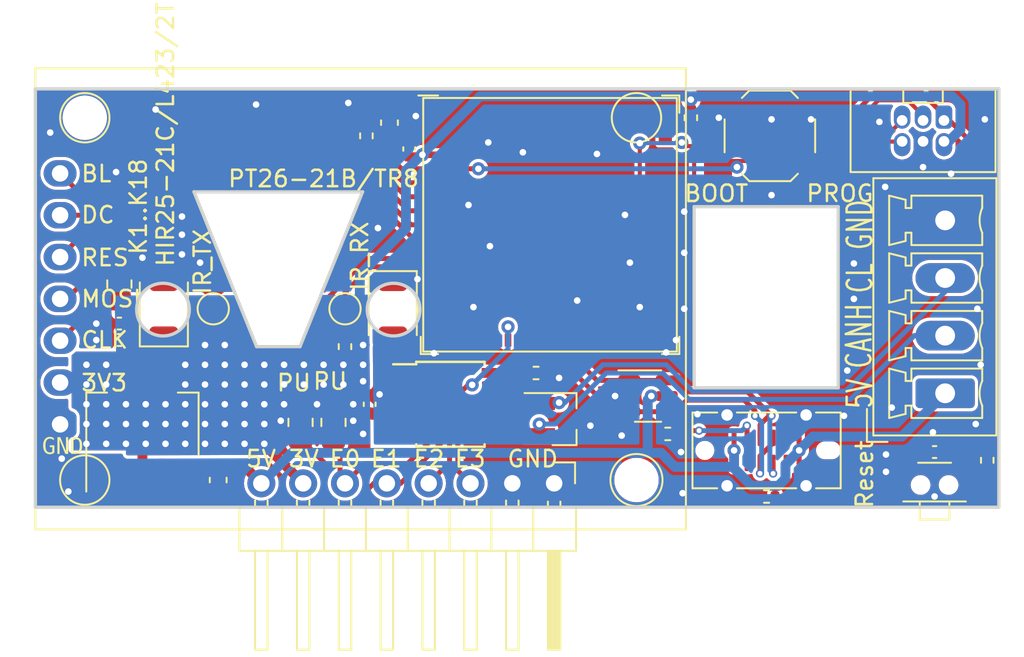
<source format=kicad_pcb>
(kicad_pcb (version 20221018) (generator pcbnew)
  (layers (0 "F.Cu" signal) (31 "B.Cu" signal) (34 "B.Paste" user) (35 "F.Paste" user) (36 "B.SilkS" user "B.Silkscreen") (37 "F.SilkS" user "F.Silkscreen") (38 "B.Mask" user) (39 "F.Mask" user) (44 "Edge.Cuts" user))
  (net 0 "")
  (net 1 "+3V3")
  (net 2 "GND")
  (net 3 "PROG_EN")
  (net 4 "IR_LED")
  (net 5 "Net-(D1-A)")
  (net 6 "CANH")
  (net 7 "CANL")
  (net 8 "PROG_TX")
  (net 9 "PROG_RX")
  (net 10 "PROG_IO0")
  (net 11 "+5V")
  (net 12 "/USB+")
  (net 13 "/USB-")
  (net 14 "IR_TRANS")
  (net 15 "Net-(R7-Pad1)")
  (net 16 "CAN_TX")
  (net 17 "CAN_RX")
  (net 21 "EXT0")
  (net 22 "EXT1")
  (net 23 "EXT2")
  (net 41 "Net-(U4-Rs)")
  (net 43 "Net-(J4-CC1)")
  (net 45 "Net-(J4-CC2)")
  (net 47 "LCD_CLK")
  (net 48 "LCD_MOSI")
  (net 49 "LCD_RES")
  (net 50 "LCD_DC")
  (net 51 "LCD_BACKLIGHT")
  (net 52 "EXT3")
  (footprint "Capacitor_SMD:C_0603_1608Metric" (layer "F.Cu") (at 35.6 76.8 -90)
    (fp_text reference "C7" hide)
    (fp_text value "10u")
  )
  (footprint "Resistor_SMD:R_0402_1005Metric" (layer "F.Cu") (at 43.3 68.7 90)
    (fp_text reference "R6" hide)
    (fp_text value "10k")
  )
  (footprint "Resistor_SMD:R_0805_2012Metric_Pad1.20x1.40mm_HandSolder" (layer "F.Cu") (at 29.6 64.9 90)
    (fp_text reference "R5" hide)
    (fp_text value "K1..K18")
  )
  (footprint "TestPoint:TestPoint_Pad_D1.5mm" (layer "F.Cu") (at 35.3 66.4)
    (fp_text reference "TP1" hide)
    (fp_text value "IR_TX")
  )
  (footprint "Button_Switch_SMD:SW_SPST_TL3342" (layer "F.Cu") (at 69.1 55.9)
    (fp_text reference "SW3" hide)
    (fp_text value "BOOT")
  )
  (footprint "Capacitor_SMD:C_0402_1005Metric" (layer "F.Cu") (at 44.8 72.2 90)
    (fp_text reference "C1" hide)
    (fp_text value "u1")
  )
  (footprint "liebler_CONN:IDC_2x03_P1.27mm_Vertical" (layer "F.Cu") (at 78.4 55.6 -90)
    (fp_text reference "J1" hide)
    (fp_text value "PROG")
  )
  (footprint "LED_SMD:LED_1206_3216Metric_ReverseMount_Hole1.8x2.4mm" (layer "F.Cu") (at 46.2 66.4 -90)
    (fp_text reference "Q1" hide)
    (fp_text value "PT26-21B/TR8")
  )
  (footprint "Package_TO_SOT_SMD:SOT-23_Handsoldering" (layer "F.Cu") (at 56.6 73.1)
    (fp_text reference "D2" hide)
    (fp_text value "NUP2105")
  )
  (footprint "liebler_MECH:Button_2x4x3,5_handsolder" (layer "F.Cu") (at 79.1 77.1 180)
    (fp_text reference "SW2" hide)
    (fp_text value "Reset")
  )
  (footprint "liebler_SEMICONDUCTORS:SOIC-8_3.9x4.9mm_Pitch1.27mm_handsolder" (layer "F.Cu") (at 49.7 72.2)
    (fp_text reference "U4" hide)
    (fp_text value "SN65HVD230" hide)
  )
  (footprint "Resistor_SMD:R_0402_1005Metric" (layer "F.Cu") (at 62.9 74 180)
    (fp_text reference "R2" hide)
    (fp_text value "5k1")
  )
  (footprint "Capacitor_SMD:C_0402_1005Metric" (layer "F.Cu") (at 47.2 56.7 90)
    (fp_text reference "C2" hide)
    (fp_text value "u1")
  )
  (footprint "Capacitor_SMD:C_0603_1608Metric" (layer "F.Cu") (at 46 55.1 90)
    (fp_text reference "C4" hide)
    (fp_text value "22u")
  )
  (footprint "Connector_Phoenix_MC:PhoenixContact_MCV_1,5_4-G-3.5_1x04_P3.50mm_Vertical" (layer "F.Cu") (at 79.7425 71.5325 90)
    (fp_text reference "J3" hide)
    (fp_text value "5V CL CH GN" hide)
  )
  (footprint "MountingHole:MountingHole_2.2mm_M2" (layer "F.Cu") (at 61 76.8)
    (fp_text reference "H1" hide)
    (fp_text value "MountingHole")
  )
  (footprint "Package_TO_SOT_SMD:SOT-223-3_TabPin2" (layer "F.Cu") (at 31 73.4 90)
    (fp_text reference "U2" hide)
    (fp_text value "AMS1117-3.3")
  )
  (footprint "Resistor_SMD:R_0402_1005Metric" (layer "F.Cu") (at 64.3 54.8 90)
    (fp_text reference "R8" hide)
    (fp_text value "10k")
  )
  (footprint "liebler_CONN:GT-USB-7051A" (layer "F.Cu") (at 68.9 75)
    (fp_text reference "J4" hide)
    (fp_text value "USB")
  )
  (footprint "Connector_PinHeader_2.54mm:PinHeader_1x08_P2.54mm_Horizontal" (layer "F.Cu") (at 56 77 -90)
    (fp_text reference "J2" hide)
    (fp_text value "Ext")
  )
  (footprint "LED_SMD:LED_1206_3216Metric_ReverseMount_Hole1.8x2.4mm" (layer "F.Cu") (at 32.3 66.4 90)
    (fp_text reference "D1" hide)
    (fp_text value "HIR25-21C/L423/2T")
  )
  (footprint "Capacitor_SMD:C_0402_1005Metric" (layer "F.Cu") (at 79.1 75.1 180)
    (fp_text reference "C3" hide)
    (fp_text value "u1")
  )
  (footprint "Resistor_SMD:R_0402_1005Metric" (layer "F.Cu") (at 82.3 75.6 90)
    (fp_text reference "R7" hide)
    (fp_text value "k1")
  )
  (footprint "TestPoint:TestPoint_Pad_D1.5mm" (layer "F.Cu") (at 43.3 66.4)
    (fp_text reference "TP2" hide)
    (fp_text value "IR_RX")
  )
  (footprint "Resistor_SMD:R_0805_2012Metric_Pad1.20x1.40mm_HandSolder" (layer "F.Cu") (at 40.6 73.3 -90)
    (fp_text reference "R4" hide)
    (fp_text value "PU")
  )
  (footprint "Capacitor_SMD:C_0402_1005Metric" (layer "F.Cu") (at 29.6 68.3 180)
    (fp_text reference "C9" hide)
    (fp_text value "10u")
  )
  (footprint "Capacitor_SMD:C_0402_1005Metric" (layer "F.Cu") (at 29.6 67.3 180)
    (fp_text reference "C8" hide)
    (fp_text value "u1")
  )
  (footprint "MountingHole:MountingHole_2.2mm_M2" (layer "F.Cu") (at 27.5 54.8)
    (fp_text reference "H2" hide)
    (fp_text value "MountingHole")
  )
  (footprint "Package_TO_SOT_SMD:SOT-23-6" (layer "F.Cu") (at 61.7 71.7)
    (fp_text reference "U3" hide)
    (fp_text value "SRV05-4")
  )
  (footprint "Espressif:ESP32-S3-MINI-1U" (layer "F.Cu") (at 55.75 61.3)
    (fp_text reference "U1" hide)
    (fp_text value "ESP32-S3-MINI-1")
  )
  (footprint "Resistor_SMD:R_0402_1005Metric" (layer "F.Cu") (at 44.6 55.9 90)
    (fp_text reference "R9" hide)
    (fp_text value "10k")
  )
  (footprint "liebler_OPTO:IPS_240_240_1.3" (layer "F.Cu") (at 26 65.8 90)
    (fp_text reference "U5" hide)
    (fp_text value "IPS_240_240" hide)
  )
  (footprint "Resistor_SMD:R_0402_1005Metric" (layer "F.Cu") (at 54.9 70.3)
    (fp_text reference "R1" hide)
    (fp_text value "4k7")
  )
  (footprint "Resistor_SMD:R_0402_1005Metric" (layer "F.Cu") (at 68.9 77.8 180)
    (fp_text reference "R10" hide)
    (fp_text value "5k1")
  )
  (footprint "Resistor_SMD:R_0805_2012Metric_Pad1.20x1.40mm_HandSolder" (layer "F.Cu") (at 42.6 73.3 -90)
    (fp_text reference "R3" hide)
    (fp_text value "PU")
  )
  (gr_line (start 41.732173 59.299999) (end 44.3708 59.299999) (stroke (width 0.2)) (layer "Edge.Cuts"))
  (gr_line (start 36.768771 59.299999) (end 41.732173 59.299999) (stroke (width 0.2)) (layer "Edge.Cuts"))
  (gr_line (start 73.249997 60.2) (end 64.5 60.2) (stroke (width 0.2)) (layer "Edge.Cuts"))
  (gr_line (start 82.999999 78.45) (end 82.999999 53.049999) (stroke (width 0.2)) (layer "Edge.Cuts"))
  (gr_line (start 37.931446 68.7) (end 34.129197 59.299999) (stroke (width 0.2)) (layer "Edge.Cuts"))
  (gr_line (start 64.5 60.2) (end 64.5 71.2) (stroke (width 0.2)) (layer "Edge.Cuts"))
  (gr_line (start 40.568553 68.7) (end 37.931446 68.7) (stroke (width 0.2)) (layer "Edge.Cuts"))
  (gr_line (start 24.499998 53.049999) (end 24.499998 78.45) (stroke (width 0.2)) (layer "Edge.Cuts"))
  (gr_line (start 64.5 71.2) (end 73.249997 71.2) (stroke (width 0.2)) (layer "Edge.Cuts"))
  (gr_line (start 73.249997 71.2) (end 73.249997 60.2) (stroke (width 0.2)) (layer "Edge.Cuts"))
  (gr_line (start 34.129197 59.299999) (end 36.768771 59.299999) (stroke (width 0.2)) (layer "Edge.Cuts"))
  (gr_circle (center 46.249997 66.45) (end 47.849997 66.45) (stroke (width 0.2)) (fill none) (layer "Edge.Cuts"))
  (gr_line (start 24.499998 78.45) (end 82.999999 78.45) (stroke (width 0.2)) (layer "Edge.Cuts"))
  (gr_circle (center 32.249997 66.45) (end 33.849997 66.45) (stroke (width 0.2)) (fill none) (layer "Edge.Cuts"))
  (gr_line (start 44.3708 59.299999) (end 40.568553 68.7) (stroke (width 0.2)) (layer "Edge.Cuts"))
  (gr_line (start 82.999999 53.049999) (end 24.499998 53.049999) (stroke (width 0.2)) (layer "Edge.Cuts"))
  (gr_text "CLK" (at 27.2 68.3) (layer "F.SilkS") (effects (font (size 1 1)) (justify left)))
  (gr_text "E0" (at 43.3 76.1) (layer "F.SilkS") (effects (font (size 1 1)) (justify bottom)))
  (gr_text "DC" (at 27.2 60.7) (layer "F.SilkS") (effects (font (size 1 1)) (justify left)))
  (gr_text "GND" (at 54.7 76.1) (layer "F.SilkS") (effects (font (size 1 1)) (justify bottom)))
  (gr_text "5V" (at 75.45 71.55 90) (layer "F.SilkS") (effects (font (size 1.5 1)) (justify bottom)))
  (gr_text "CANH" (at 75.4 68.05 90) (layer "F.SilkS") (effects (font (size 1.5 1)) (justify bottom)))
  (gr_text "E3" (at 50.9 76.1) (layer "F.SilkS") (effects (font (size 1 1)) (justify bottom)))
  (gr_text "RES" (at 27.2 63.3) (layer "F.SilkS") (effects (font (size 1 1)) (justify left)))
  (gr_text "BL" (at 27.2 58.2) (layer "F.SilkS") (effects (font (size 1 1)) (justify left)))
  (gr_text "3V3" (at 27.2 70.9) (layer "F.SilkS") (effects (font (size 1 1)) (justify left)))
  (gr_text "CL" (at 75.45 64.55 90) (layer "F.SilkS") (effects (font (size 1.5 1)) (justify bottom)))
  (gr_text "E2" (at 48.4 76.101979) (layer "F.SilkS") (effects (font (size 1 1)) (justify bottom)))
  (gr_text "GND" (at 24.9 74.8) (layer "F.SilkS") (effects (font (size 1 1)) (justify left)))
  (gr_text "5V" (at 38.2 76.1) (layer "F.SilkS") (effects (font (size 1 1)) (justify bottom)))
  (gr_text "MOSI" (at 27.2 65.8) (layer "F.SilkS") (effects (font (size 1 1)) (justify left)))
  (gr_text "3V" (at 40.8 76.1) (layer "F.SilkS") (effects (font (size 1 1)) (justify bottom)))
  (gr_text "E1" (at 45.8 76.1) (layer "F.SilkS") (effects (font (size 1 1)) (justify bottom)))
  (gr_text "GND" (at 75.45 61.3 90) (layer "F.SilkS") (effects (font (size 1.5 1)) (justify bottom)))
  (segment (start 31 70.25) (end 31.26 70.51) (width 0.6) (layer "F.Cu") (net 1))
  (segment (start 35.7 74.7) (end 35.55 74.55) (width 0.6) (layer "F.Cu") (net 1))
  (segment (start 36.1 74.7) (end 36 74.6) (width 0.6) (layer "F.Cu") (net 1))
  (segment (start 32.3 74.7) (end 31.3 74.7) (width 0.6) (layer "F.Cu") (net 1))
  (segment (start 46 56.022965) (end 46 55.875) (width 0.3) (layer "F.Cu") (net 1))
  (segment (start 33.6 74.65) (end 33.6 74.6) (width 0.6) (layer "F.Cu") (net 1))
  (segment (start 48 57.05) (end 48.75 57.05) (width 0.3) (layer "F.Cu") (net 1))
  (segment (start 44.6 55.39) (end 45.515 55.39) (width 0.3) (layer "F.Cu") (net 1))
  (segment (start 31.2 73.4) (end 31 73.65) (width 0.6) (layer "F.Cu") (net 1))
  (segment (start 33.35 74.4) (end 33.05 74.7) (width 0.6) (layer "F.Cu") (net 1))
  (segment (start 64.3 54.29) (end 64.3 53.7) (width 0.3) (layer "F.Cu") (net 1))
  (segment (start 31.1 74.7) (end 31 74.7) (width 0.6) (layer "F.Cu") (net 1))
  (segment (start 47.2 57.18) (end 47.157035 57.18) (width 0.3) (layer "F.Cu") (net 1))
  (segment (start 35.55 74.55) (end 35.4 74.7) (width 0.6) (layer "F.Cu") (net 1))
  (segment (start 37.3 74.7) (end 37.2 74.6) (width 0.6) (layer "F.Cu") (net 1))
  (segment (start 31 72.95) (end 31 72.4) (width 0.6) (layer "F.Cu") (net 1))
  (segment (start 47.33 57.05) (end 47.2 57.18) (width 0.3) (layer "F.Cu") (net 1))
  (segment (start 34.8 74.6) (end 34.7 74.7) (width 0.6) (layer "F.Cu") (net 1))
  (segment (start 31 72.4) (end 31.2 72.2) (width 0.6) (layer "F.Cu") (net 1))
  (segment (start 31 76.55) (end 31 74.7) (width 0.6) (layer "F.Cu") (net 1))
  (segment (start 30.08 66.505) (end 29.7 66.125) (width 0.6) (layer "F.Cu") (net 1))
  (segment (start 30.08 69.33) (end 31 70.25) (width 0.6) (layer "F.Cu") (net 1))
  (segment (start 36 74.6) (end 35.9 74.7) (width 0.6) (layer "F.Cu") (net 1))
  (segment (start 30.65 73.3) (end 31 72.95) (width 0.6) (layer "F.Cu") (net 1))
  (segment (start 31.3 74.7) (end 31.2 74.6) (width 0.6) (layer "F.Cu") (net 1))
  (segment (start 30.08 67.3) (end 30.08 69.33) (width 0.6) (layer "F.Cu") (net 1))
  (segment (start 48.75 57.05) (end 47.33 57.05) (width 0.3) (layer "F.Cu") (net 1))
  (segment (start 31 74.7) (end 31.2 73.4) (width 0.6) (layer "F.Cu") (net 1))
  (segment (start 40.76 77) (end 38.7 74.94) (width 0.6) (layer "F.Cu") (net 1))
  (segment (start 34.7 74.7) (end 33.65 74.7) (width 0.6) (layer "F.Cu") (net 1))
  (segment (start 35.4 74.7) (end 34.9 74.7) (width 0.6) (layer "F.Cu") (net 1))
  (segment (start 35.9 74.7) (end 35.7 74.7) (width 0.6) (layer "F.Cu") (net 1))
  (segment (start 37.1 74.7) (end 36.1 74.7) (width 0.6) (layer "F.Cu") (net 1))
  (segment (start 38.7 74.6) (end 38.4 74.6) (width 0.6) (layer "F.Cu") (net 1))
  (segment (start 38.46 74.7) (end 37.3 74.7) (width 0.6) (layer "F.Cu") (net 1))
  (segment (start 30 73.4) (end 30.65 73.3) (width 0.6) (layer "F.Cu") (net 1))
  (segment (start 30.08 67.3) (end 30.08 66.505) (width 0.6) (layer "F.Cu") (net 1))
  (segment (start 47.157035 57.18) (end 46 56.022965) (width 0.3) (layer "F.Cu") (net 1))
  (segment (start 34.9 74.7) (end 34.8 74.6) (width 0.6) (layer "F.Cu") (net 1))
  (segment (start 31 72) (end 31 70.25) (width 0.6) (layer "F.Cu") (net 1))
  (segment (start 38.7 74.94) (end 38.7 74.6) (width 0.6) (layer "F.Cu") (net 1))
  (segment (start 45.515 55.39) (end 46 55.875) (width 0.3) (layer "F.Cu") (net 1))
  (segment (start 33.6 74.6) (end 33.55 74.6) (width 0.6) (layer "F.Cu") (net 1))
  (segment (start 37.2 74.6) (end 37.1 74.7) (width 0.6) (layer "F.Cu") (net 1))
  (segment (start 31.2 74.6) (end 31.1 74.7) (width 0.6) (layer "F.Cu") (net 1))
  (segment (start 33.65 74.7) (end 33.6 74.65) (width 0.6) (layer "F.Cu") (net 1))
  (segment (start 38.36 74.6) (end 38.46 74.7) (width 0.6) (layer "F.Cu") (net 1))
  (segment (start 44.955 72.835) (end 44.8 72.68) (width 0.6) (layer "F.Cu") (net 1))
  (segment (start 31 73.65) (end 30 73.4) (width 0.6) (layer "F.Cu") (net 1))
  (segment (start 33.05 74.7) (end 32.5 74.7) (width 0.6) (layer "F.Cu") (net 1))
  (segment (start 31.2 72.2) (end 31 72) (width 0.6) (layer "F.Cu") (net 1))
  (segment (start 32.4 74.6) (end 32.3 74.7) (width 0.6) (layer "F.Cu") (net 1))
  (segment (start 38.4 74.6) (end 38.36 74.6) (width 0.6) (layer "F.Cu") (net 1))
  (segment (start 33.55 74.6) (end 33.35 74.4) (width 0.6) (layer "F.Cu") (net 1))
  (segment (start 46.7 72.835) (end 44.955 72.835) (width 0.6) (layer "F.Cu") (net 1))
  (segment (start 32.5 74.7) (end 32.4 74.6) (width 0.6) (layer "F.Cu") (net 1))
  (via (at 64.3 53.7) (size 0.8) (drill 0.4) (layers "F.Cu" "B.Cu") (net 1))
  (via (at 40.8 69.8) (size 0.8) (drill 0.4) (layers "F.Cu" "B.Cu") (net 1))
  (via (at 42 71) (size 0.8) (drill 0.4) (layers "F.Cu" "B.Cu") (net 1))
  (via (at 33.6 71) (size 0.8) (drill 0.4) (layers "F.Cu" "B.Cu") (net 1))
  (via (at 38.4 72.2) (size 0.8) (drill 0.4) (layers "F.Cu" "B.Cu") (net 1))
  (via (at 28.8 72.2) (size 0.8) (drill 0.4) (layers "F.Cu" "B.Cu") (net 1))
  (via (at 30 73.4) (size 0.8) (drill 0.4) (layers "F.Cu" "B.Cu") (net 1))
  (via (at 37.2 74.6) (size 0.8) (drill 0.4) (layers "F.Cu" "B.Cu") (net 1))
  (via (at 28.8 73.4) (size 0.8) (drill 0.4) (layers "F.Cu" "B.Cu") (net 1))
  (via (at 34.8 68.6) (size 0.8) (drill 0.4) (layers "F.Cu" "B.Cu") (net 1))
  (via (at 33.6 73.4) (size 0.8) (drill 0.4) (layers "F.Cu" "B.Cu") (net 1))
  (via (at 36 71) (size 0.8) (drill 0.4) (layers "F.Cu" "B.Cu") (net 1))
  (via (at 28.8 71) (size 0.8) (drill 0.4) (layers "F.Cu" "B.Cu") (net 1))
  (via (at 30 72.2) (size 0.8) (drill 0.4) (layers "F.Cu" "B.Cu") (net 1))
  (via (at 40.8 71) (size 0.8) (drill 0.4) (layers "F.Cu" "B.Cu") (net 1))
  (via (at 34.8 73.4) (size 0.8) (drill 0.4) (layers "F.Cu" "B.Cu") (net 1))
  (via (at 34.8 71) (size 0.8) (drill 0.4) (layers "F.Cu" "B.Cu") (net 1))
  (via (at 36 74.6) (size 0.8) (drill 0.4) (layers "F.Cu" "B.Cu") (net 1))
  (via (at 36 68.6) (size 0.8) (drill 0.4) (layers "F.Cu" "B.Cu") (net 1))
  (via (at 31.2 72.2) (size 0.8) (drill 0.4) (layers "F.Cu" "B.Cu") (net 1))
  (via (at 27.6 74.6) (size 0.8) (drill 0.4) (layers "F.Cu" "B.Cu") (net 1))
  (via (at 39.6 71) (size 0.8) (drill 0.4) (layers "F.Cu" "B.Cu") (net 1))
  (via (at 39.4 73.2) (size 0.8) (drill 0.4) (layers "F.Cu" "B.Cu") (net 1))
  (via (at 44.4 70.8) (size 0.8) (drill 0.4) (layers "F.Cu" "B.Cu") (net 1))
  (via (at 36 72.2) (size 0.8) (drill 0.4) (layers "F.Cu" "B.Cu") (net 1))
  (via (at 41.6 72.2) (size 0.8) (drill 0.4) (layers "F.Cu" "B.Cu") (net 1))
  (via (at 39.6 72.2) (size 0.8) (drill 0.4) (layers "F.Cu" "B.Cu") (net 1))
  (via (at 31.2 74.6) (size 0.8) (drill 0.4) (layers "F.Cu" "B.Cu") (net 1))
  (via (at 39.6 69.8) (size 0.8) (drill 0.4) (layers "F.Cu" "B.Cu") (net 1))
  (via (at 42 69.8) (size 0.8) (drill 0.4) (layers "F.Cu" "B.Cu") (net 1))
  (via (at 32.4 72.2) (size 0.8) (drill 0.4) (layers "F.Cu" "B.Cu") (net 1))
  (via (at 30 74.6) (size 0.8) (drill 0.4) (layers "F.Cu" "B.Cu") (net 1))
  (via (at 43.2 71) (size 0.8) (drill 0.4) (layers "F.Cu" "B.Cu") (net 1))
  (via (at 37.2 69.8) (size 0.8) (drill 0.4) (layers "F.Cu" "B.Cu") (net 1))
  (via (at 38.4 69.8) (size 0.8) (drill 0.4) (layers "F.Cu" "B.Cu") (net 1))
  (via (at 38.4 73.4) (size 0.8) (drill 0.4) (layers "F.Cu" "B.Cu") (net 1))
  (via (at 43.8 72.2) (size 0.8) (drill 0.4) (layers "F.Cu" "B.Cu") (net 1))
  (via (at 28.8 74.6) (size 0.8) (drill 0.4) (layers "F.Cu" "B.Cu") (net 1))
  (via (at 33.6 74.6) (size 0.8) (drill 0.4) (layers "F.Cu" "B.Cu") (net 1))
  (via (at 31.2 73.4) (size 0.8) (drill 0.4) (layers "F.Cu" "B.Cu") (net 1))
  (via (at 43.8 73.2) (size 0.8) (drill 0.4) (layers "F.Cu" "B.Cu") (net 1))
  (via (at 34.8 74.6) (size 0.8) (drill 0.4) (layers "F.Cu" "B.Cu") (net 1))
  (via (at 32.4 73.4) (size 0.8) (drill 0.4) (layers "F.Cu" "B.Cu") (net 1))
  (via (at 44.4 74) (size 0.8) (drill 0.4) (layers "F.Cu" "B.Cu") (net 1))
  (via (at 27.6 72.2) (size 0.8) (drill 0.4) (layers "F.Cu" "B.Cu") (net 1))
  (via (at 48 57.05) (size 0.8) (drill 0.4) (layers "F.Cu" "B.Cu") (net 1))
  (via (at 38.4 74.6) (size 0.8) (drill 0.4) (layers "F.Cu" "B.Cu") (net 1))
  (via (at 34.8 72.2) (size 0.8) (drill 0.4) (layers "F.Cu" "B.Cu") (net 1))
  (via (at 27.6 73.4) (size 0.8) (drill 0.4) (layers "F.Cu" "B.Cu") (net 1))
  (via (at 36 69.8) (size 0.8) (drill 0.4) (layers "F.Cu" "B.Cu") (net 1))
  (via (at 33.6 72.2) (size 0.8) (drill 0.4) (layers "F.Cu" "B.Cu") (net 1))
  (via (at 37.2 71) (size 0.8) (drill 0.4) (layers "F.Cu" "B.Cu") (net 1))
  (via (at 37.2 72.2) (size 0.8) (drill 0.4) (layers "F.Cu" "B.Cu") (net 1))
  (via (at 38.4 71) (size 0.8) (drill 0.4) (layers "F.Cu" "B.Cu") (net 1))
  (via (at 32.4 74.6) (size 0.8) (drill 0.4) (layers "F.Cu" "B.Cu") (net 1))
  (via (at 28.8 69.8) (size 0.8) (drill 0.4) (layers "F.Cu" "B.Cu") (net 1))
  (via (at 27.6 69.8) (size 0.8) (drill 0.4) (layers "F.Cu" "B.Cu") (net 1))
  (via (at 33.6 69.8) (size 0.8) (drill 0.4) (layers "F.Cu" "B.Cu") (net 1))
  (via (at 36 73.4) (size 0.8) (drill 0.4) (layers "F.Cu" "B.Cu") (net 1))
  (via (at 44.4 69.8) (size 0.8) (drill 0.4) (layers "F.Cu" "B.Cu") (net 1))
  (via (at 27.6 71) (size 0.8) (drill 0.4) (layers "F.Cu" "B.Cu") (net 1))
  (via (at 44.4 68.6) (size 0.8) (drill 0.4) (layers "F.Cu" "B.Cu") (net 1))
  (via (at 37.2 73.4) (size 0.8) (drill 0.4) (layers "F.Cu" "B.Cu") (net 1))
  (via (at 43.2 69.8) (size 0.8) (drill 0.4) (layers "F.Cu" "B.Cu") (net 1))
  (via (at 34.8 69.8) (size 0.8) (drill 0.4) (layers "F.Cu" "B.Cu") (net 1))
  (segment (start 27.82 70.88) (end 27.72 70.88) (width 0.6) (layer "B.Cu") (net 1))
  (segment (start 28.5 70.1) (end 28.5 70.2) (width 0.6) (layer "B.Cu") (net 1))
  (segment (start 68.9 53.5) (end 62.15 53.5) (width 0.6) (layer "B.Cu") (net 1))
  (segment (start 79.96066 56.235) (end 80.67 55.52566) (width 0.6) (layer "B.Cu") (net 1))
  (segment (start 47 61.527207) (end 44.2 64.327207) (width 0.6) (layer "B.Cu") (net 1))
  (segment (start 80.67 55.52566) (end 80.67 54.00434) (width 0.6) (layer "B.Cu") (net 1))
  (segment (start 48 57) (end 51.5 53.5) (width 0.6) (layer "B.Cu") (net 1))
  (segment (start 27.6 71) (end 27.48 70.88) (width 0.6) (layer "B.Cu") (net 1))
  (segment (start 27.72 70.88) (end 27.6 71) (width 0.6) (layer "B.Cu") (net 1))
  (segment (start 47.95 57.05) (end 47 58) (width 0.6) (layer "B.Cu") (net 1))
  (segment (start 80.16566 53.5) (end 68.9 53.5) (width 0.6) (layer "B.Cu") (net 1))
  (segment (start 44.2 64.327207) (end 44.2 68.8) (width 0.6) (layer "B.Cu") (net 1))
  (segment (start 48 57.05) (end 47.95 57.05) (width 0.6) (layer "B.Cu") (net 1))
  (segment (start 64.3 53.7) (end 64.1 53.5) (width 0.6) (layer "B.Cu") (net 1))
  (segment (start 64.5 53.5) (end 64.3 53.7) (width 0.6) (layer "B.Cu") (net 1))
  (segment (start 68.9 53.5) (end 64.5 53.5) (width 0.6) (layer "B.Cu") (net 1))
  (segment (start 80.67 54.00434) (end 80.16566 53.5) (width 0.6) (layer "B.Cu") (net 1))
  (segment (start 28.5 70.2) (end 27.82 70.88) (width 0.6) (layer "B.Cu") (net 1))
  (segment (start 51.5 53.5) (end 62.15 53.5) (width 0.6) (layer "B.Cu") (net 1))
  (segment (start 79.67 56.235) (end 79.96066 56.235) (width 0.6) (layer "B.Cu") (net 1))
  (segment (start 44.2 68.8) (end 43.2 69.8) (width 0.6) (layer "B.Cu") (net 1))
  (segment (start 27.48 70.88) (end 26 70.88) (width 0.6) (layer "B.Cu") (net 1))
  (segment (start 47 58) (end 47 61.527207) (width 0.6) (layer "B.Cu") (net 1))
  (segment (start 64.1 53.5) (end 62.15 53.5) (width 0.6) (layer "B.Cu") (net 1))
  (segment (start 48 57.05) (end 48 57) (width 0.6) (layer "B.Cu") (net 1))
  (segment (start 28.8 69.8) (end 28.5 70.1) (width 0.6) (layer "B.Cu") (net 1))
  (segment (start 71.665 73.215) (end 71.3 72.85) (width 0.3) (layer "F.Cu") (net 2))
  (segment (start 64.75 72.85) (end 64.7 72.8) (width 0.6) (layer "F.Cu") (net 2))
  (segment (start 59.7 71.7) (end 60.5625 71.7) (width 0.3) (layer "F.Cu") (net 2))
  (segment (start 72.76 75.76) (end 72.8 75.8) (width 0.3) (layer "F.Cu") (net 2))
  (segment (start 78.62 75.1) (end 77.7 75.1) (width 0.3) (layer "F.Cu") (net 2))
  (segment (start 46.2 68.2) (end 45.2 69.2) (width 0.3) (layer "F.Cu") (net 2))
  (segment (start 64.84 75.76) (end 64.8 75.8) (width 0.3) (layer "F.Cu") (net 2))
  (segment (start 66.5 72.85) (end 64.75 72.85) (width 0.6) (layer "F.Cu") (net 2))
  (segment (start 66.135 75.76) (end 64.84 75.76) (width 0.3) (layer "F.Cu") (net 2))
  (segment (start 67.289339 72.85) (end 67.389339 72.75) (width 0.6) (layer "F.Cu") (net 2))
  (segment (start 44.955 71.565) (end 44.8 71.72) (width 0.6) (layer "F.Cu") (net 2))
  (segment (start 71.665 74.24) (end 71.665 76.785) (width 0.3) (layer "F.Cu") (net 2))
  (segment (start 78.4 56.235) (end 78.4 57.8) (width 0.6) (layer "F.Cu") (net 2))
  (segment (start 45.2 71.4) (end 45.4 71.6) (width 0.3) (layer "F.Cu") (net 2))
  (segment (start 66.135 74.24) (end 66.135 73.215) (width 0.3) (layer "F.Cu") (net 2))
  (segment (start 45.2 69.2) (end 45.2 71.4) (width 0.3) (layer "F.Cu") (net 2))
  (segment (start 77.7 75.1) (end 77.4 75.4) (width 0.3) (layer "F.Cu") (net 2))
  (segment (start 72.86 74.24) (end 73.1 74) (width 0.3) (layer "F.Cu") (net 2))
  (segment (start 65.44 74.24) (end 65.4 74.2) (width 0.3) (layer "F.Cu") (net 2))
  (segment (start 66.135 74.24) (end 66.135 76.785) (width 0.3) (layer "F.Cu") (net 2))
  (segment (start 46.7 71.565) (end 44.955 71.565) (width 0.6) (layer "F.Cu") (net 2))
  (segment (start 71.665 76.785) (end 71.3 77.15) (width 0.3) (layer "F.Cu") (net 2))
  (segment (start 71.665 74.24) (end 71.665 73.215) (width 0.3) (layer "F.Cu") (net 2))
  (segment (start 66.135 76.785) (end 66.5 77.15) (width 0.3) (layer "F.Cu") (net 2))
  (segment (start 66.5 72.85) (end 67.289339 72.85) (width 0.6) (layer "F.Cu") (net 2))
  (segment (start 71.665 75.76) (end 72.76 75.76) (width 0.3) (layer "F.Cu") (net 2))
  (segment (start 66.135 73.215) (end 66.5 72.85) (width 0.3) (layer "F.Cu") (net 2))
  (segment (start 66.135 74.24) (end 65.44 74.24) (width 0.3) (layer "F.Cu") (net 2))
  (segment (start 71.665 74.24) (end 72.86 74.24) (width 0.3) (layer "F.Cu") (net 2))
  (via (at 45.3 61.5) (size 0.8) (drill 0.4) (layers "F.Cu" "B.Cu") (net 2))
  (via (at 63.4 68.3) (size 0.8) (drill 0.4) (layers "F.Cu" "B.Cu") (net 2))
  (via (at 80.1 58.2) (size 0.8) (drill 0.4) (layers "F.Cu" "B.Cu") (net 2))
  (via (at 66 54.8) (size 0.8) (drill 0.4) (layers "F.Cu" "B.Cu") (net 2))
  (via (at 47.6 54.7) (size 0.8) (drill 0.4) (layers "F.Cu" "B.Cu") (net 2))
  (via (at 81.6 73.4) (size 0.8) (drill 0.4) (layers "F.Cu" "B.Cu") (net 2))
  (via (at 33.4 60.8) (size 0.8) (drill 0.4) (layers "F.Cu" "B.Cu") (net 2))
  (via (at 33.4 63.1) (size 0.8) (drill 0.4) (layers "F.Cu" "B.Cu") (net 2))
  (via (at 71.6 54.9) (size 0.8) (drill 0.4) (layers "F.Cu" "B.Cu") (net 2))
  (via (at 48.7 69.1) (size 0.8) (drill 0.4) (layers "F.Cu" "B.Cu") (net 2))
  (via (at 37.9 54) (size 0.8) (drill 0.4) (layers "F.Cu" "B.Cu") (net 2))
  (via (at 34.5 63.6) (size 0.8) (drill 0.4) (layers "F.Cu" "B.Cu") (net 2))
  (via (at 61.2 66.3) (size 0.8) (drill 0.4) (layers "F.Cu" "B.Cu") (net 2))
  (via (at 33.4 61.9) (size 0.8) (drill 0.4) (layers "F.Cu" "B.Cu") (net 2))
  (via (at 57.4 65.9) (size 0.8) (drill 0.4) (layers "F.Cu" "B.Cu") (net 2))
  (via (at 76.1 59) (size 0.8) (drill 0.4) (layers "F.Cu" "B.Cu") (net 2))
  (via (at 58.6 57) (size 0.8) (drill 0.4) (layers "F.Cu" "B.Cu") (net 2))
  (via (at 63.9 60.5) (size 0.8) (drill 0.4) (layers "F.Cu" "B.Cu") (net 2))
  (via (at 25.4 55.7) (size 0.8) (drill 0.4) (layers "F.Cu" "B.Cu") (net 2))
  (via (at 74.2 63.65) (size 0.8) (drill 0.4) (layers "F.Cu" "B.Cu") (net 2))
  (via (at 69.2 59.5) (size 0.8) (drill 0.4) (layers "F.Cu" "B.Cu") (net 2))
  (via (at 26.5 77.5) (size 0.8) (drill 0.4) (layers "F.Cu" "B.Cu") (net 2))
  (via (at 60.1 74.1) (size 0.8) (drill 0.4) (layers "F.Cu" "B.Cu") (net 2))
  (via (at 81.9 69.8) (size 0.8) (drill 0.4) (layers "F.Cu" "B.Cu") (net 2))
  (via (at 76.5 72.4) (size 0.8) (drill 0.4) (layers "F.Cu" "B.Cu") (net 2))
  (via (at 63.9 66.4) (size 0.8) (drill 0.4) (layers "F.Cu" "B.Cu") (net 2))
  (via (at 60.3 60.7) (size 0.8) (drill 0.4) (layers "F.Cu" "B.Cu") (net 2))
  (via (at 29.4 58.1) (size 0.8) (drill 0.4) (layers "F.Cu" "B.Cu") (net 2))
  (via (at 43.5 53.9) (size 0.8) (drill 0.4) (layers "F.Cu" "B.Cu") (net 2))
  (via (at 74.2 65.8) (size 0.8) (drill 0.4) (layers "F.Cu" "B.Cu") (net 2))
  (via (at 47.7 64.6) (size 0.8) (drill 0.4) (layers "F.Cu" "B.Cu") (net 2))
  (via (at 28.2 67.3) (size 0.8) (drill 0.4) (layers "F.Cu" "B.Cu") (net 2))
  (via (at 73.6 72.9) (size 0.8) (drill 0.4) (layers "F.Cu" "B.Cu") (net 2))
  (via (at 64.7 72.8) (size 0.8) (drill 0.4) (layers "F.Cu" "B.Cu") (net 2))
  (via (at 69.2 54.9) (size 0.8) (drill 0.4) (layers "F.Cu" "B.Cu") (net 2))
  (via (at 56.3 70.6) (size 0.8) (drill 0.4) (layers "F.Cu" "B.Cu") (net 2))
  (via (at 76.15 76.3) (size 0.8) (drill 0.4) (layers "F.Cu" "B.Cu") (net 2))
  (via (at 63.9 63) (size 0.8) (drill 0.4) (layers "F.Cu" "B.Cu") (net 2))
  (via (at 54.1 56.9) (size 0.8) (drill 0.4) (layers "F.Cu" "B.Cu") (net 2))
  (via (at 75.75 55.05) (size 0.8) (drill 0.4) (layers "F.Cu" "B.Cu") (net 2))
  (via (at 63.7 75.1) (size 0.8) (drill 0.4) (layers "F.Cu" "B.Cu") (net 2))
  (via (at 50.8 60.1) (size 0.8) (drill 0.4) (layers "F.Cu" "B.Cu") (net 2))
  (via (at 31.8 54.3) (size 0.8) (drill 0.4) (layers "F.Cu" "B.Cu") (net 2))
  (via (at 59.7 71.7) (size 0.8) (drill 0.4) (layers "F.Cu" "B.Cu") (net 2))
  (via (at 82.15 54.9) (size 0.8) (drill 0.4) (layers "F.Cu" "B.Cu") (net 2))
  (via (at 60.6 63.6) (size 0.8) (drill 0.4) (layers "F.Cu" "B.Cu") (net 2))
  (via (at 31 63.3) (size 0.8) (drill 0.4) (layers "F.Cu" "B.Cu") (net 2))
  (via (at 79.1 77.8) (size 0.8) (drill 0.4) (layers "F.Cu" "B.Cu") (net 2))
  (via (at 26.1 75.5) (size 0.8) (drill 0.4) (layers "F.Cu" "B.Cu") (net 2))
  (via (at 78.4 57.8) (size 0.8) (drill 0.4) (layers "F.Cu" "B.Cu") (net 2))
  (via (at 58.2 73.5) (size 0.8) (drill 0.4) (layers "F.Cu" "B.Cu") (net 2))
  (via (at 28.2 68.3) (size 0.8) (drill 0.4) (layers "F.Cu" "B.Cu") (net 2))
  (via (at 73.8 70.15) (size 0.8) (drill 0.4) (layers "F.Cu" "B.Cu") (net 2))
  (via (at 52 56.3) (size 0.8) (drill 0.4) (layers "F.Cu" "B.Cu") (net 2))
  (via (at 62.8 69.05) (size 0.8) (drill 0.4) (layers "F.Cu" "B.Cu") (net 2))
  (via (at 45.4 71.6) (size 0.8) (drill 0.4) (layers "F.Cu" "B.Cu") (net 2))
  (via (at 63.8 77.6) (size 0.8) (drill 0.4) (layers "F.Cu" "B.Cu") (net 2))
  (via (at 51.1 66.3) (size 0.8) (drill 0.4) (layers "F.Cu" "B.Cu") (net 2))
  (via (at 76.15 75.25) (size 0.8) (drill 0.4) (layers "F.Cu" "B.Cu") (net 2))
  (via (at 52.1 62.6) (size 0.8) (drill 0.4) (layers "F.Cu" "B.Cu") (net 2))
  (via (at 79 73.9) (size 0.8) (drill 0.4) (layers "F.Cu" "B.Cu") (net 2))
  (via (at 81.7 66.4) (size 0.8) (drill 0.4) (layers "F.Cu" "B.Cu") (net 2))
  (segment (start 72.705457 56.05) (end 64.555238 56.05) (width 0.3) (layer "F.Cu") (net 3))
  (segment (start 64.555238 56.05) (end 63.855238 55.35) (width 0.3) (layer "F.Cu") (net 3))
  (segment (start 75.490457 53.265) (end 72.705457 56.05) (width 0.3) (layer "F.Cu") (net 3))
  (segment (start 78.302082 53.265) (end 75.490457 53.265) (width 0.3) (layer "F.Cu") (net 3))
  (segment (start 82.7 74.69) (end 82.7 57.662918) (width 0.3) (layer "F.Cu") (net 3))
  (segment (start 82.7 57.662918) (end 78.302082 53.265) (width 0.3) (layer "F.Cu") (net 3))
  (segment (start 80 74.35) (end 81.56 74.35) (width 0.3) (layer "F.Cu") (net 3))
  (segment (start 82.3 75.09) (end 82.7 74.69) (width 0.3) (layer "F.Cu") (net 3))
  (segment (start 79.58 74.77) (end 80 74.35) (width 0.3) (layer "F.Cu") (net 3))
  (segment (start 81.56 74.35) (end 82.3 75.09) (width 0.3) (layer "F.Cu") (net 3))
  (segment (start 63.855238 55.35) (end 62.75 55.35) (width 0.3) (layer "F.Cu") (net 3))
  (segment (start 79.58 75.1) (end 79.58 74.77) (width 0.3) (layer "F.Cu") (net 3))
  (segment (start 48 63.35) (end 44.65 63.35) (width 0.3) (layer "F.Cu") (net 4))
  (segment (start 33.5 68.2) (end 35.3 66.4) (width 0.3) (layer "F.Cu") (net 4))
  (segment (start 48.35 63) (end 48 63.35) (width 0.3) (layer "F.Cu") (net 4))
  (segment (start 42.2 67.8) (end 41 69) (width 0.3) (layer "F.Cu") (net 4))
  (segment (start 32.3 68.2) (end 33.5 68.2) (width 0.3) (layer "F.Cu") (net 4))
  (segment (start 37.9 69) (end 35.3 66.4) (width 0.3) (layer "F.Cu") (net 4))
  (segment (start 48.75 63) (end 48.35 63) (width 0.3) (layer "F.Cu") (net 4))
  (segment (start 41 69) (end 37.9 69) (width 0.3) (layer "F.Cu") (net 4))
  (segment (start 44.65 63.35) (end 42.2 65.8) (width 0.3) (layer "F.Cu") (net 4))
  (segment (start 42.2 65.8) (end 42.2 67.8) (width 0.3) (layer "F.Cu") (net 4))
  (segment (start 29.9 64.2) (end 31.9 64.2) (width 0.3) (layer "F.Cu") (net 5))
  (segment (start 31.9 64.2) (end 32.3 64.6) (width 0.3) (layer "F.Cu") (net 5))
  (segment (start 29.6 63.9) (end 29.9 64.2) (width 0.3) (layer "F.Cu") (net 5))
  (segment (start 52.7 71.565) (end 52.885 71.75) (width 0.3) (layer "F.Cu") (net 6))
  (segment (start 56.25 72.15) (end 56.3 72.1) (width 0.3) (layer "F.Cu") (net 6))
  (segment (start 55.1 72.15) (end 56.25 72.15) (width 0.3) (layer "F.Cu") (net 6))
  (segment (start 52.885 71.75) (end 54.7 71.75) (width 0.3) (layer "F.Cu") (net 6))
  (segment (start 54.7 71.75) (end 55.1 72.15) (width 0.3) (layer "F.Cu") (net 6))
  (via (at 56.3 72.1) (size 0.8) (drill 0.4) (layers "F.Cu" "B.Cu") (net 6))
  (segment (start 58.953555 69.8) (end 62.800001 69.8) (width 0.3) (layer "B.Cu") (net 6))
  (segment (start 79.7425 65.364733) (end 79.7425 64.5325) (width 0.3) (layer "B.Cu") (net 6))
  (segment (start 73.707233 71.4) (end 79.7425 65.364733) (width 0.3) (layer "B.Cu") (net 6))
  (segment (start 62.800001 69.8) (end 64.4 71.4) (width 0.3) (layer "B.Cu") (net 6))
  (segment (start 64.4 71.4) (end 73.707233 71.4) (width 0.3) (layer "B.Cu") (net 6))
  (segment (start 56.3 72.1) (end 56.653555 72.1) (width 0.3) (layer "B.Cu") (net 6))
  (segment (start 56.653555 72.1) (end 58.953555 69.8) (width 0.3) (layer "B.Cu") (net 6))
  (segment (start 55.1 74.05) (end 55.1 73.4) (width 0.3) (layer "F.Cu") (net 7))
  (segment (start 52.7 72.835) (end 53.435 72.835) (width 0.3) (layer "F.Cu") (net 7))
  (segment (start 54.65 74.05) (end 55.1 74.05) (width 0.3) (layer "F.Cu") (net 7))
  (segment (start 53.435 72.835) (end 54.65 74.05) (width 0.3) (layer "F.Cu") (net 7))
  (via (at 55.1 73.4) (size 0.8) (drill 0.4) (layers "F.Cu" "B.Cu") (net 7))
  (segment (start 74 71.9) (end 77.8675 68.0325) (width 0.3) (layer "B.Cu") (net 7))
  (segment (start 77.8675 68.0325) (end 79.7425 68.0325) (width 0.3) (layer "B.Cu") (net 7))
  (segment (start 64.192894 71.9) (end 74 71.9) (width 0.3) (layer "B.Cu") (net 7))
  (segment (start 56.060661 73.4) (end 59.160661 70.3) (width 0.3) (layer "B.Cu") (net 7))
  (segment (start 55.1 73.4) (end 56.060661 73.4) (width 0.3) (layer "B.Cu") (net 7))
  (segment (start 62.592894 70.3) (end 64.192894 71.9) (width 0.3) (layer "B.Cu") (net 7))
  (segment (start 59.160661 70.3) (end 62.592894 70.3) (width 0.3) (layer "B.Cu") (net 7))
  (segment (start 78.4 54.965) (end 78.4 54.668274) (width 0.25) (layer "F.Cu") (net 8))
  (segment (start 61.2 59.3) (end 62.35 60.45) (width 0.25) (layer "F.Cu") (net 8))
  (segment (start 77.471726 53.74) (end 75.687208 53.74) (width 0.25) (layer "F.Cu") (net 8))
  (segment (start 62.35 60.45) (end 62.75 60.45) (width 0.25) (layer "F.Cu") (net 8))
  (segment (start 72.902208 56.525) (end 63.969577 56.525) (width 0.25) (layer "F.Cu") (net 8))
  (segment (start 63.969577 56.525) (end 63.749501 56.304924) (width 0.25) (layer "F.Cu") (net 8))
  (segment (start 75.687208 53.74) (end 72.902208 56.525) (width 0.25) (layer "F.Cu") (net 8))
  (segment (start 61.2 56.341896) (end 61.2 59.3) (width 0.25) (layer "F.Cu") (net 8))
  (segment (start 78.4 54.668274) (end 77.471726 53.74) (width 0.25) (layer "F.Cu") (net 8))
  (via (at 61.2 56.341896) (size 0.8) (drill 0.4) (layers "F.Cu" "B.Cu") (net 8))
  (via (at 63.749501 56.304924) (size 0.8) (drill 0.4) (layers "F.Cu" "B.Cu") (net 8))
  (segment (start 61.2 56.341896) (end 63.712529 56.341896) (width 0.25) (layer "B.Cu") (net 8))
  (segment (start 63.712529 56.341896) (end 63.749501 56.304924) (width 0.25) (layer "B.Cu") (net 8))
  (segment (start 74.263604 55.8) (end 73.088604 56.975) (width 0.25) (layer "F.Cu") (net 9))
  (segment (start 76.295 55.8) (end 74.263604 55.8) (width 0.25) (layer "F.Cu") (net 9))
  (segment (start 64.5 57.25) (end 64.5 59) (width 0.25) (layer "F.Cu") (net 9))
  (segment (start 73.088604 56.975) (end 64.775 56.975) (width 0.25) (layer "F.Cu") (net 9))
  (segment (start 64.775 56.975) (end 64.5 57.25) (width 0.25) (layer "F.Cu") (net 9))
  (segment (start 63.9 59.6) (end 62.75 59.6) (width 0.25) (layer "F.Cu") (net 9))
  (segment (start 77.13 54.965) (end 76.295 55.8) (width 0.25) (layer "F.Cu") (net 9))
  (segment (start 64.5 59) (end 63.9 59.6) (width 0.25) (layer "F.Cu") (net 9))
  (segment (start 51.4 57.9) (end 48.75 57.9) (width 0.3) (layer "F.Cu") (net 10))
  (segment (start 46.735934 57.9) (end 45.435934 56.6) (width 0.3) (layer "F.Cu") (net 10))
  (segment (start 72.25 57.8) (end 71.875 57.425) (width 0.25) (layer "F.Cu") (net 10))
  (segment (start 72.9 57.8) (end 72.25 57.8) (width 0.25) (layer "F.Cu") (net 10))
  (segment (start 74.45 56.25) (end 72.9 57.8) (width 0.25) (layer "F.Cu") (net 10))
  (segment (start 48.75 57.9) (end 46.735934 57.9) (width 0.3) (layer "F.Cu") (net 10))
  (segment (start 77.13 56.235) (end 77.115 56.25) (width 0.25) (layer "F.Cu") (net 10))
  (segment (start 45.435934 56.6) (end 44.6 56.6) (width 0.3) (layer "F.Cu") (net 10))
  (segment (start 71.875 57.425) (end 66.325 57.425) (width 0.25) (layer "F.Cu") (net 10))
  (segment (start 77.115 56.25) (end 74.45 56.25) (width 0.25) (layer "F.Cu") (net 10))
  (segment (start 66.325 57.425) (end 65.95 57.8) (width 0.25) (layer "F.Cu") (net 10))
  (via (at 67.1 57.8) (size 0.8) (drill 0.4) (layers "F.Cu" "B.Cu") (net 10))
  (via (at 51.4 57.9) (size 0.8) (drill 0.4) (layers "F.Cu" "B.Cu") (net 10))
  (segment (start 51.4 57.9) (end 67 57.9) (width 0.3) (layer "B.Cu") (net 10))
  (segment (start 67 57.9) (end 67.1 57.8) (width 0.3) (layer "B.Cu") (net 10))
  (segment (start 70.875 75) (end 70.875 74.24) (width 0.3) (layer "F.Cu") (net 11))
  (segment (start 66.925 75.76) (end 66.925 75) (width 0.3) (layer "F.Cu") (net 11))
  (segment (start 35.6 76.025) (end 37.245 76.025) (width 0.6) (layer "F.Cu") (net 11))
  (segment (start 35.6 76.025) (end 33.825 76.025) (width 0.6) (layer "F.Cu") (net 11))
  (segment (start 37.245 76.025) (end 38.22 77) (width 0.6) (layer "F.Cu") (net 11))
  (segment (start 33.825 76.025) (end 33.3 76.55) (width 0.6) (layer "F.Cu") (net 11))
  (segment (start 70.875 75.76) (end 70.875 75) (width 0.3) (layer "F.Cu") (net 11))
  (segment (start 66.925 75) (end 66.925 74.24) (width 0.3) (layer "F.Cu") (net 11))
  (segment (start 62.8375 71.7) (end 61.9 71.7) (width 0.3) (layer "F.Cu") (net 11))
  (via (at 66.925 75) (size 0.8) (drill 0.4) (layers "F.Cu" "B.Cu") (net 11))
  (via (at 61.9 71.7) (size 0.8) (drill 0.4) (layers "F.Cu" "B.Cu") (net 11))
  (via (at 70.875 75) (size 0.8) (drill 0.4) (layers "F.Cu" "B.Cu") (net 11))
  (segment (start 67.989925 77.155) (end 67.317462 76.482538) (width 0.6) (layer "B.Cu") (net 11))
  (segment (start 67.317462 76.482538) (end 66.925 76.090075) (width 0.6) (layer "B.Cu") (net 11))
  (segment (start 61.683452 75.15) (end 40.07 75.15) (width 0.6) (layer "B.Cu") (net 11))
  (segment (start 67.317462 76.482538) (end 66.834924 76) (width 0.6) (layer "B.Cu") (net 11))
  (segment (start 69.605661 77.155) (end 68.405 77.155) (width 0.6) (layer "B.Cu") (net 11))
  (segment (start 40.07 75.15) (end 38.22 77) (width 0.6) (layer "B.Cu") (net 11))
  (segment (start 71.715 74.16) (end 77.115 74.16) (width 0.6) (layer "B.Cu") (net 11))
  (segment (start 61.683452 71.916548) (end 61.9 71.7) (width 0.6) (layer "B.Cu") (net 11))
  (segment (start 70.875 75.025) (end 70.045 75.855) (width 0.6) (layer "B.Cu") (net 11))
  (segment (start 77.115 74.16) (end 79.7425 71.5325) (width 0.6) (layer "B.Cu") (net 11))
  (segment (start 70.045 75.855) (end 70.045 76.715661) (width 0.6) (layer "B.Cu") (net 11))
  (segment (start 68.405 77.155) (end 68.4 77.15) (width 0.6) (layer "B.Cu") (net 11))
  (segment (start 63.327207 76) (end 62.8 75.472793) (width 0.6) (layer "B.Cu") (net 11))
  (segment (start 70.875 75) (end 71.715 74.16) (width 0.6) (layer "B.Cu") (net 11))
  (segment (start 61.683452 75.15) (end 61.683452 71.916548) (width 0.6) (layer "B.Cu") (net 11))
  (segment (start 70.875 75) (end 70.875 75.025) (width 0.6) (layer "B.Cu") (net 11))
  (segment (start 66.925 76.090075) (end 66.925 75) (width 0.6) (layer "B.Cu") (net 11))
  (segment (start 62.5 75.15) (end 61.683452 75.15) (width 0.6) (layer "B.Cu") (net 11))
  (segment (start 70.045 76.715661) (end 69.605661 77.155) (width 0.6) (layer "B.Cu") (net 11))
  (segment (start 62.8 75.472793) (end 62.8 75.45) (width 0.6) (layer "B.Cu") (net 11))
  (segment (start 68.405 77.155) (end 67.989925 77.155) (width 0.6) (layer "B.Cu") (net 11))
  (segment (start 66.834924 76) (end 63.327207 76) (width 0.6) (layer "B.Cu") (net 11))
  (segment (start 62.8 75.45) (end 62.5 75.15) (width 0.6) (layer "B.Cu") (net 11))
  (segment (start 69.2 72.9) (end 69.048529 72.9) (width 0.3) (layer "F.Cu") (net 12))
  (segment (start 69.048529 72.9) (end 68.505 73.443529) (width 0.3) (layer "F.Cu") (net 12))
  (segment (start 68.505 73.443529) (end 68.505 74.24) (width 0.3) (layer "F.Cu") (net 12))
  (segment (start 67.75 71.45) (end 64.05 71.45) (width 0.3) (layer "F.Cu") (net 12))
  (segment (start 69.295 76.405) (end 69.295 75.76) (width 0.3) (layer "F.Cu") (net 12))
  (segment (start 56.6 68.75) (end 56.6 68.3) (width 0.3) (layer "F.Cu") (net 12))
  (segment (start 69.2 72.9) (end 67.75 71.45) (width 0.3) (layer "F.Cu") (net 12))
  (segment (start 63.35 70.75) (end 62.8375 70.75) (width 0.3) (layer "F.Cu") (net 12))
  (segment (start 62.8375 70.75) (end 60.5625 70.75) (width 0.3) (layer "F.Cu") (net 12))
  (segment (start 60.5625 70.75) (end 58.6 70.75) (width 0.3) (layer "F.Cu") (net 12))
  (segment (start 58.6 70.75) (end 56.6 68.75) (width 0.3) (layer "F.Cu") (net 12))
  (segment (start 64.05 71.45) (end 63.35 70.75) (width 0.3) (layer "F.Cu") (net 12))
  (via (at 69.2 72.9) (size 0.5) (drill 0.3) (layers "F.Cu" "B.Cu") (net 12))
  (via (at 69.295 76.405) (size 0.5) (drill 0.3) (layers "F.Cu" "B.Cu") (net 12))
  (segment (start 69.1 73) (end 69.1 76.21) (width 0.3) (layer "B.Cu") (net 12))
  (segment (start 69.1 76.21) (end 69.295 76.405) (width 0.3) (layer "B.Cu") (net 12))
  (segment (start 69.2 72.9) (end 69.1 73) (width 0.3) (layer "B.Cu") (net 12))
  (segment (start 68.5 75.765) (end 68.505 75.76) (width 0.3) (layer "F.Cu") (net 13))
  (segment (start 68.505 75.341041) (end 69.295 74.551041) (width 0.3) (layer "F.Cu") (net 13))
  (segment (start 64.05 71.95) (end 63.35 72.65) (width 0.3) (layer "F.Cu") (net 13))
  (segment (start 55.75 68.3) (end 55.75 68.825) (width 0.3) (layer "F.Cu") (net 13))
  (segment (start 62.8375 72.65) (end 60.5625 72.65) (width 0.3) (layer "F.Cu") (net 13))
  (segment (start 68.2 72.607106) (end 67.542894 71.95) (width 0.3) (layer "F.Cu") (net 13))
  (segment (start 68.2 72.9) (end 68.2 72.607106) (width 0.3) (layer "F.Cu") (net 13))
  (segment (start 59.425 72.5) (end 60.4125 72.5) (width 0.3) (layer "F.Cu") (net 13))
  (segment (start 68.5 76.4) (end 68.5 75.765) (width 0.3) (layer "F.Cu") (net 13))
  (segment (start 68.505 75.76) (end 68.505 75.341041) (width 0.3) (layer "F.Cu") (net 13))
  (segment (start 55.75 68.825) (end 59.425 72.5) (width 0.3) (layer "F.Cu") (net 13))
  (segment (start 69.295 74.551041) (end 69.295 74.24) (width 0.3) (layer "F.Cu") (net 13))
  (segment (start 60.4125 72.5) (end 60.5625 72.65) (width 0.3) (layer "F.Cu") (net 13))
  (segment (start 67.542894 71.95) (end 64.05 71.95) (width 0.3) (layer "F.Cu") (net 13))
  (segment (start 63.35 72.65) (end 62.8375 72.65) (width 0.3) (layer "F.Cu") (net 13))
  (via (at 68.2 72.9) (size 0.5) (drill 0.3) (layers "F.Cu" "B.Cu") (net 13))
  (via (at 68.5 76.4) (size 0.5) (drill 0.3) (layers "F.Cu" "B.Cu") (net 13))
  (segment (start 68.6 76.3) (end 68.6 73.3) (width 0.3) (layer "B.Cu") (net 13))
  (segment (start 68.5 76.4) (end 68.6 76.3) (width 0.3) (layer "B.Cu") (net 13))
  (segment (start 68.6 73.3) (end 68.2 72.9) (width 0.3) (layer "B.Cu") (net 13))
  (segment (start 43.3 68.19) (end 43.3 66.4) (width 0.3) (layer "F.Cu") (net 14))
  (segment (start 44.857106 63.85) (end 43.3 65.407106) (width 0.3) (layer "F.Cu") (net 14))
  (segment (start 48.75 63.85) (end 44.857106 63.85) (width 0.3) (layer "F.Cu") (net 14))
  (segment (start 43.3 65.407106) (end 43.3 66.4) (width 0.3) (layer "F.Cu") (net 14))
  (segment (start 81.1 76) (end 80.8 75.7) (width 0.3) (layer "F.Cu") (net 15))
  (segment (start 82.19 76) (end 81.1 76) (width 0.3) (layer "F.Cu") (net 15))
  (segment (start 82.3 76.11) (end 82.19 76) (width 0.3) (layer "F.Cu") (net 15))
  (segment (start 80.8 75.7) (end 80.8 75.4) (width 0.3) (layer "F.Cu") (net 15))
  (segment (start 48.5 67.25) (end 48.75 67.25) (width 0.3) (layer "F.Cu") (net 16))
  (segment (start 47.405 70.295) (end 47.7 70) (width 0.3) (layer "F.Cu") (net 16))
  (segment (start 47.7 68.05) (end 48.5 67.25) (width 0.3) (layer "F.Cu") (net 16))
  (segment (start 47.7 70) (end 47.7 68.05) (width 0.3) (layer "F.Cu") (net 16))
  (segment (start 46.7 70.295) (end 47.405 70.295) (width 0.3) (layer "F.Cu") (net 16))
  (segment (start 48.15 70.710661) (end 48.15 73.85) (width 0.3) (layer "F.Cu") (net 17))
  (segment (start 49.8 69.060661) (end 48.15 70.710661) (width 0.3) (layer "F.Cu") (net 17))
  (segment (start 47.895 74.105) (end 46.7 74.105) (width 0.3) (layer "F.Cu") (net 17))
  (segment (start 48.15 73.85) (end 47.895 74.105) (width 0.3) (layer "F.Cu") (net 17))
  (segment (start 49.8 68.3) (end 49.8 69.060661) (width 0.3) (layer "F.Cu") (net 17))
  (segment (start 48.65 70.917767) (end 48.65 74.255) (width 0.3) (layer "F.Cu") (net 21))
  (segment (start 50.65 68.3) (end 50.65 68.917767) (width 0.3) (layer "F.Cu") (net 21))
  (segment (start 43.3 77) (end 43 76.7) (width 0.3) (layer "F.Cu") (net 21))
  (segment (start 43 76.7) (end 43 74.7) (width 0.3) (layer "F.Cu") (net 21))
  (segment (start 43 74.7) (end 42.6 74.3) (width 0.3) (layer "F.Cu") (net 21))
  (segment (start 48.65 74.255) (end 47.105 75.8) (width 0.3) (layer "F.Cu") (net 21))
  (segment (start 47.105 75.8) (end 44.5 75.8) (width 0.3) (layer "F.Cu") (net 21))
  (segment (start 50.65 68.917767) (end 48.65 70.917767) (width 0.3) (layer "F.Cu") (net 21))
  (segment (start 44.5 75.8) (end 43.3 77) (width 0.3) (layer "F.Cu") (net 21))
  (segment (start 42.7 78.2) (end 42 77.5) (width 0.3) (layer "F.Cu") (net 22))
  (segment (start 49.15 71.124873) (end 49.15 74.532943) (width 0.3) (layer "F.Cu") (net 22))
  (segment (start 46.682943 77) (end 45.84 77) (width 0.3) (layer "F.Cu") (net 22))
  (segment (start 42 77.5) (end 42 75.7) (width 0.3) (layer "F.Cu") (net 22))
  (segment (start 43.85 78.2) (end 42.7 78.2) (width 0.3) (layer "F.Cu") (net 22))
  (segment (start 51.5 68.774873) (end 49.15 71.124873) (width 0.3) (layer "F.Cu") (net 22))
  (segment (start 45.84 77) (end 45.05 77) (width 0.3) (layer "F.Cu") (net 22))
  (segment (start 51.5 68.3) (end 51.5 68.774873) (width 0.3) (layer "F.Cu") (net 22))
  (segment (start 45.05 77) (end 43.85 78.2) (width 0.3) (layer "F.Cu") (net 22))
  (segment (start 42 75.7) (end 40.6 74.3) (width 0.3) (layer "F.Cu") (net 22))
  (segment (start 49.15 74.532943) (end 46.682943 77) (width 0.3) (layer "F.Cu") (net 22))
  (segment (start 52.35 68.3) (end 52.35 68.63198) (width 0.3) (layer "F.Cu") (net 23))
  (segment (start 49.65 75.73) (end 48.38 77) (width 0.3) (layer "F.Cu") (net 23))
  (segment (start 49.65 71.331979) (end 49.65 75.73) (width 0.3) (layer "F.Cu") (net 23))
  (segment (start 52.35 68.63198) (end 49.65 71.331979) (width 0.3) (layer "F.Cu") (net 23))
  (segment (start 54.39 70.3) (end 52.705 70.3) (width 0.3) (layer "F.Cu") (net 41))
  (segment (start 52.705 70.3) (end 52.7 70.295) (width 0.3) (layer "F.Cu") (net 41))
  (segment (start 64.8 73.8) (end 63.61 73.8) (width 0.3) (layer "F.Cu") (net 43))
  (segment (start 63.61 73.8) (end 63.41 74) (width 0.3) (layer "F.Cu") (net 43))
  (segment (start 67.715 74.24) (end 67.715 73.515) (width 0.3) (layer "F.Cu") (net 43))
  (segment (start 67.715 73.515) (end 67.7 73.5) (width 0.3) (layer "F.Cu") (net 43))
  (via (at 64.8 73.8) (size 0.5) (drill 0.3) (layers "F.Cu" "B.Cu") (net 43))
  (via (at 67.7 73.5) (size 0.5) (drill 0.3) (layers "F.Cu" "B.Cu") (net 43))
  (segment (start 64.8 73.8) (end 67.4 73.8) (width 0.3) (layer "B.Cu") (net 43))
  (segment (start 67.4 73.8) (end 67.7 73.5) (width 0.3) (layer "B.Cu") (net 43))
  (segment (start 69.41 77.8) (end 69.41 77.19) (width 0.3) (layer "F.Cu") (net 45))
  (segment (start 69.41 77.19) (end 70.085 76.515) (width 0.3) (layer "F.Cu") (net 45))
  (segment (start 70.085 76.515) (end 70.085 75.76) (width 0.3) (layer "F.Cu") (net 45))
  (segment (start 47.450403 62.15) (end 44.400403 59.1) (width 0.3) (layer "F.Cu") (net 47))
  (segment (start 33.822182 59.1) (end 30.702183 62.22) (width 0.3) (layer "F.Cu") (net 47))
  (segment (start 28.454212 62.22) (end 27.85 62.824212) (width 0.3) (layer "F.Cu") (net 47))
  (segment (start 48.75 62.15) (end 47.450403 62.15) (width 0.3) (layer "F.Cu") (net 47))
  (segment (start 30.702183 62.22) (end 28.454212 62.22) (width 0.3) (layer "F.Cu") (net 47))
  (segment (start 44.400403 59.1) (end 33.822182 59.1) (width 0.3) (layer "F.Cu") (net 47))
  (segment (start 27.85 66.49) (end 26 68.34) (width 0.3) (layer "F.Cu") (net 47))
  (segment (start 27.85 62.824212) (end 27.85 66.49) (width 0.3) (layer "F.Cu") (net 47))
  (segment (start 26.4 65.8) (end 27.35 64.85) (width 0.3) (layer "F.Cu") (net 48))
  (segment (start 44.607509 58.6) (end 47.307509 61.3) (width 0.3) (layer "F.Cu") (net 48))
  (segment (start 47.307509 61.3) (end 48.75 61.3) (width 0.3) (layer "F.Cu") (net 48))
  (segment (start 30.495077 61.72) (end 33.615076 58.6) (width 0.3) (layer "F.Cu") (net 48))
  (segment (start 33.615076 58.6) (end 44.607509 58.6) (width 0.3) (layer "F.Cu") (net 48))
  (segment (start 28.247106 61.72) (end 30.495077 61.72) (width 0.3) (layer "F.Cu") (net 48))
  (segment (start 26 65.8) (end 26.4 65.8) (width 0.3) (layer "F.Cu") (net 48))
  (segment (start 27.35 64.85) (end 27.35 62.617106) (width 0.3) (layer "F.Cu") (net 48))
  (segment (start 27.35 62.617106) (end 28.247106 61.72) (width 0.3) (layer "F.Cu") (net 48))
  (segment (start 30.28797 61.22) (end 28.04 61.22) (width 0.3) (layer "F.Cu") (net 49))
  (segment (start 44.814615 58.1) (end 33.40797 58.1) (width 0.3) (layer "F.Cu") (net 49))
  (segment (start 33.40797 58.1) (end 30.28797 61.22) (width 0.3) (layer "F.Cu") (net 49))
  (segment (start 47.164615 60.45) (end 44.814615 58.1) (width 0.3) (layer "F.Cu") (net 49))
  (segment (start 28.04 61.22) (end 26 63.26) (width 0.3) (layer "F.Cu") (net 49))
  (segment (start 48.75 60.45) (end 47.164615 60.45) (width 0.3) (layer "F.Cu") (net 49))
  (segment (start 30.08 60.72) (end 26 60.72) (width 0.3) (layer "F.Cu") (net 50))
  (segment (start 48.75 59.6) (end 47.021721 59.6) (width 0.3) (layer "F.Cu") (net 50))
  (segment (start 47.021721 59.6) (end 45.021722 57.6) (width 0.3) (layer "F.Cu") (net 50))
  (segment (start 45.021722 57.6) (end 33.2 57.6) (width 0.3) (layer "F.Cu") (net 50))
  (segment (start 33.2 57.6) (end 30.08 60.72) (width 0.3) (layer "F.Cu") (net 50))
  (segment (start 29.872894 60.22) (end 32.992894 57.1) (width 0.3) (layer "F.Cu") (net 51))
  (segment (start 28.04 60.22) (end 29.872894 60.22) (width 0.3) (layer "F.Cu") (net 51))
  (segment (start 46.878828 58.75) (end 48.75 58.75) (width 0.3) (layer "F.Cu") (net 51))
  (segment (start 26 58.18) (end 28.04 60.22) (width 0.3) (layer "F.Cu") (net 51))
  (segment (start 45.228828 57.1) (end 46.878828 58.75) (width 0.3) (layer "F.Cu") (net 51))
  (segment (start 32.992894 57.1) (end 45.228828 57.1) (width 0.3) (layer "F.Cu") (net 51))
  (segment (start 50.779033 71.020967) (end 50.15 71.65) (width 0.3) (layer "F.Cu") (net 52))
  (segment (start 50.15 76.23) (end 50.92 77) (width 0.3) (layer "F.Cu") (net 52))
  (segment (start 51.020967 71.020967) (end 50.779033 71.020967) (width 0.3) (layer "F.Cu") (net 52))
  (segment (start 50.15 71.65) (end 50.15 76.23) (width 0.3) (layer "F.Cu") (net 52))
  (segment (start 53.2 68.3) (end 53.2 67.5) (width 0.3) (layer "F.Cu") (net 52))
  (via (at 53.2 67.5) (size 0.8) (drill 0.4) (layers "F.Cu" "B.Cu") (net 52))
  (via (at 51.020967 71.020967) (size 0.8) (drill 0.4) (layers "F.Cu" "B.Cu") (net 52))
  (segment (start 53.2 67.5) (end 53.2 68.841934) (width 0.3) (layer "B.Cu") (net 52))
  (segment (start 53.2 68.841934) (end 51.020967 71.020967) (width 0.3) (layer "B.Cu") (net 52))
  (zone (net 1) (net_name "+3V3") (layers "F&B.Cu") (priority 2) (connect_pads yes (clearance 0.2)) (min_thickness 0.2) (fill yes (thermal_gap 0.2) (thermal_bridge_width 0.21))
    (polygon (pts (xy 30 75.3) (xy 30 75) (xy 26.7 75) (xy 26.7 69) (xy 29.4 69) (xy 29.3 65.6) (xy 44.75 65.55) (xy 44.85 75.25)))
  )
  (zone (net 2) (net_name "GND") (layers "F&B.Cu") (connect_pads yes (clearance 0.2)) (min_thickness 0.2) (fill yes (thermal_gap 0.2) (thermal_bridge_width 0.21))
    (polygon (pts (xy 23.65 51.9) (xy 84.5 51.9) (xy 84.5 80.5) (xy 23.55 80.5)))
  )
)
</source>
